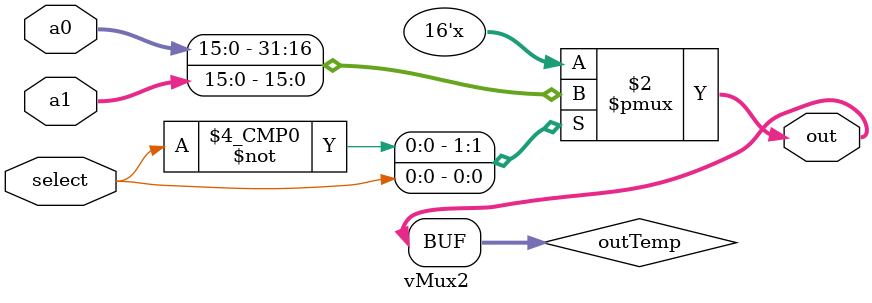
<source format=v>
module datapath(clk,readnum,vsel,loada,loadb,shift,asel,bsel,ALUop,loadc,loads
		,writenum,write,sximm8,sximm5, mdata, PC,C,Z_out);

input clk;
input [15:0] sximm8, sximm5, mdata;
input [7:0] PC;
input write, loada, loadb, asel, bsel, loadc, loads;
input [2:0] readnum, writenum;
input [1:0] shift, ALUop, vsel;
output [15:0] C;
output [2:0] Z_out; 
wire [2:0] Z;
wire [15:0] data_in, data_out, aout, bout, sout, Bin, Ain, ALUout;


vMux4 MUX4(C,{8'b00000000, PC}, sximm8,mdata ,vsel,data_in); 

regfile REGFILE(data_in,writenum,write,readnum,clk,data_out);

vRegLoadEnable RA(clk,loada,data_out,aout);

vRegLoadEnable RB(clk,loadb,data_out,bout);

shifter SHIFT(bout,shift,sout); 

vMux2 MUX2b(sout,sximm5,bsel,Bin);

vMux2 MUX2a(aout,16'b0000000000000000,asel,Ain);

ALU alu(Ain, Bin, ALUop,ALUout, Z); //zZ, zN, zO

vRegLoadEnable RC(clk,loadc,ALUout,C);

vRegLoadEnable #(3) RStatus(clk,loads,Z,Z_out);

endmodule

//Mux that takes 4 inputs with a 2 bit select and defaults to 16 bit wid input an outputs if not specified.
//Output is assigned to module 
module vMux4(a0,a1,a2, a3, select,out);
input [15:0] a3, a2, a1,a0; //Inputs 
input [1:0] select;
output [15:0] out;
reg [15:0] outTemp; 
always@(*) begin
case(select)
2'b00: outTemp=a0;
2'b01: outTemp=a1;
2'b10: outTemp=a2;
2'b11: outTemp=a3;
endcase
end

assign out = outTemp;
endmodule

module vMux2(a0,a1, select,out);
input [15:0] a1,a0; //Inputs 
input select;
output [15:0] out;
reg [15:0] outTemp; 
always@(*) begin
case(select)
0: outTemp=a0;
1: outTemp=a1;

endcase
end

assign out = outTemp;
endmodule

</source>
